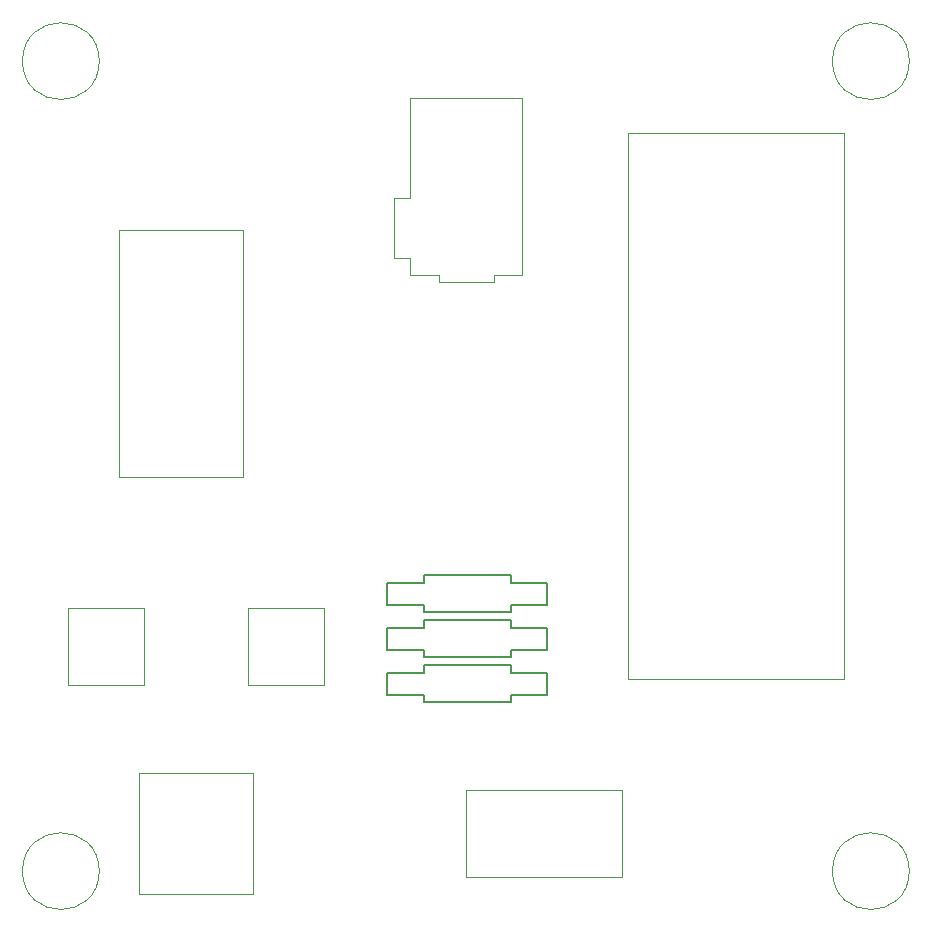
<source format=gbr>
G04 #@! TF.GenerationSoftware,KiCad,Pcbnew,(5.1.5)-3*
G04 #@! TF.CreationDate,2021-03-21T22:58:17-03:00*
G04 #@! TF.ProjectId,4164-41256 Tester,34313634-2d34-4313-9235-362054657374,rev?*
G04 #@! TF.SameCoordinates,Original*
G04 #@! TF.FileFunction,Other,User*
%FSLAX46Y46*%
G04 Gerber Fmt 4.6, Leading zero omitted, Abs format (unit mm)*
G04 Created by KiCad (PCBNEW (5.1.5)-3) date 2021-03-21 22:58:17*
%MOMM*%
%LPD*%
G04 APERTURE LIST*
%ADD10C,0.050000*%
%ADD11C,0.152400*%
G04 APERTURE END LIST*
D10*
X121680000Y-82935000D02*
X139960000Y-82935000D01*
X121680000Y-82935000D02*
X121680000Y-129155000D01*
X139960000Y-129155000D02*
X139960000Y-82935000D01*
X139960000Y-129155000D02*
X121680000Y-129155000D01*
D11*
X104419400Y-126669800D02*
X101295200Y-126669800D01*
X104419400Y-127279400D02*
X104419400Y-126669800D01*
X111734600Y-127279400D02*
X104419400Y-127279400D01*
X111734600Y-126669800D02*
X111734600Y-127279400D01*
X114858800Y-126669800D02*
X111734600Y-126669800D01*
X114858800Y-124790200D02*
X114858800Y-126669800D01*
X111734600Y-124790200D02*
X114858800Y-124790200D01*
X111734600Y-124180600D02*
X111734600Y-124790200D01*
X104419400Y-124180600D02*
X111734600Y-124180600D01*
X104419400Y-124790200D02*
X104419400Y-124180600D01*
X101295200Y-124790200D02*
X104419400Y-124790200D01*
X101295200Y-126669800D02*
X101295200Y-124790200D01*
D10*
X76910000Y-145415000D02*
G75*
G03X76910000Y-145415000I-3250000J0D01*
G01*
X145490000Y-145415000D02*
G75*
G03X145490000Y-145415000I-3250000J0D01*
G01*
X145490000Y-76835000D02*
G75*
G03X145490000Y-76835000I-3250000J0D01*
G01*
X76910000Y-76835000D02*
G75*
G03X76910000Y-76835000I-3250000J0D01*
G01*
X89940000Y-137090000D02*
X80240000Y-137090000D01*
X89940000Y-147390000D02*
X89940000Y-137090000D01*
X80240000Y-147390000D02*
X89940000Y-147390000D01*
X80240000Y-137090000D02*
X80240000Y-147390000D01*
X89110000Y-91160000D02*
X78560000Y-91160000D01*
X89110000Y-112010000D02*
X89110000Y-91160000D01*
X78560000Y-112010000D02*
X89110000Y-112010000D01*
X78560000Y-91160000D02*
X78560000Y-112010000D01*
X110300000Y-95530000D02*
X110300000Y-94980000D01*
X105700000Y-95530000D02*
X110300000Y-95530000D01*
X105700000Y-94980000D02*
X105700000Y-95530000D01*
X105700000Y-94980000D02*
X103200000Y-94980000D01*
X112700000Y-94980000D02*
X110300000Y-94980000D01*
X112700000Y-79980000D02*
X112700000Y-94980000D01*
X103200000Y-79980000D02*
X112700000Y-79980000D01*
X103200000Y-88430000D02*
X103200000Y-79980000D01*
X101850000Y-88430000D02*
X103200000Y-88430000D01*
X101850000Y-93530000D02*
X101850000Y-88430000D01*
X103200000Y-93530000D02*
X101850000Y-93530000D01*
X103200000Y-94980000D02*
X103200000Y-93530000D01*
D11*
X104419400Y-130479800D02*
X101295200Y-130479800D01*
X104419400Y-131089400D02*
X104419400Y-130479800D01*
X111734600Y-131089400D02*
X104419400Y-131089400D01*
X111734600Y-130479800D02*
X111734600Y-131089400D01*
X114858800Y-130479800D02*
X111734600Y-130479800D01*
X114858800Y-128600200D02*
X114858800Y-130479800D01*
X111734600Y-128600200D02*
X114858800Y-128600200D01*
X111734600Y-127990600D02*
X111734600Y-128600200D01*
X104419400Y-127990600D02*
X111734600Y-127990600D01*
X104419400Y-128600200D02*
X104419400Y-127990600D01*
X101295200Y-128600200D02*
X104419400Y-128600200D01*
X101295200Y-130479800D02*
X101295200Y-128600200D01*
X104419400Y-122859800D02*
X101295200Y-122859800D01*
X104419400Y-123469400D02*
X104419400Y-122859800D01*
X111734600Y-123469400D02*
X104419400Y-123469400D01*
X111734600Y-122859800D02*
X111734600Y-123469400D01*
X114858800Y-122859800D02*
X111734600Y-122859800D01*
X114858800Y-120980200D02*
X114858800Y-122859800D01*
X111734600Y-120980200D02*
X114858800Y-120980200D01*
X111734600Y-120370600D02*
X111734600Y-120980200D01*
X104419400Y-120370600D02*
X111734600Y-120370600D01*
X104419400Y-120980200D02*
X104419400Y-120370600D01*
X101295200Y-120980200D02*
X104419400Y-120980200D01*
X101295200Y-122859800D02*
X101295200Y-120980200D01*
D10*
X107955000Y-138560000D02*
X121155000Y-138560000D01*
X107955000Y-145920000D02*
X107955000Y-138560000D01*
X121155000Y-145920000D02*
X107955000Y-145920000D01*
X121155000Y-138560000D02*
X121155000Y-145920000D01*
X95940000Y-123115000D02*
X89490000Y-123115000D01*
X95940000Y-129615000D02*
X95940000Y-123115000D01*
X89490000Y-129615000D02*
X95940000Y-129615000D01*
X89490000Y-123115000D02*
X89490000Y-129615000D01*
X80700000Y-123115000D02*
X74250000Y-123115000D01*
X80700000Y-129615000D02*
X80700000Y-123115000D01*
X74250000Y-129615000D02*
X80700000Y-129615000D01*
X74250000Y-123115000D02*
X74250000Y-129615000D01*
M02*

</source>
